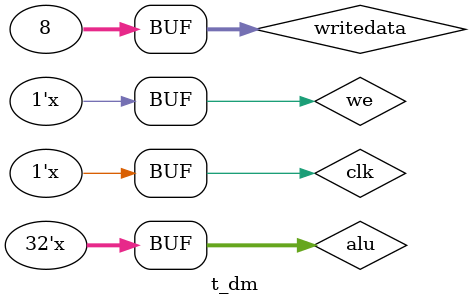
<source format=v>
`timescale 1ns / 1ps

module t_dm();
  reg clk, we;
  reg [31:0] alu, writedata;
  wire [31:0] readdata;
  
  DM test(clk, we, alu, writedata, readdata);
  
  initial begin
    clk = 0;
    we = 1;
    alu = 0;
    writedata = 8;
  end
  
  always begin
    #5
    clk = ~clk;
  end
  always begin
    #200
    we = ~we;
  end
  always begin
    #10
    alu = alu + 100;
    
  end
endmodule

</source>
